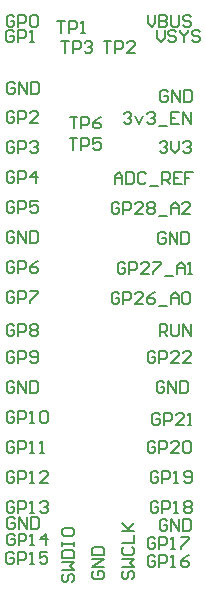
<source format=gbo>
G04*
G04 #@! TF.GenerationSoftware,Altium Limited,Altium Designer,20.2.6 (244)*
G04*
G04 Layer_Color=32896*
%FSLAX44Y44*%
%MOMM*%
G71*
G04*
G04 #@! TF.SameCoordinates,8B2779CE-768C-4C2E-8B4F-FC9E545F8715*
G04*
G04*
G04 #@! TF.FilePolarity,Positive*
G04*
G01*
G75*
%ADD11C,0.2000*%
D11*
X33675Y50975D02*
X32009Y52641D01*
X28676D01*
X27010Y50975D01*
Y44310D01*
X28676Y42644D01*
X32009D01*
X33675Y44310D01*
Y47642D01*
X30343D01*
X37007Y42644D02*
Y52641D01*
X42005D01*
X43671Y50975D01*
Y47642D01*
X42005Y45976D01*
X37007D01*
X47004Y42644D02*
X50336D01*
X48670D01*
Y52641D01*
X47004Y50975D01*
X61999Y52641D02*
X55335D01*
Y47642D01*
X58667Y49309D01*
X60333D01*
X61999Y47642D01*
Y44310D01*
X60333Y42644D01*
X57001D01*
X55335Y44310D01*
X164060Y441615D02*
X162394Y443281D01*
X159062D01*
X157396Y441615D01*
Y434951D01*
X159062Y433284D01*
X162394D01*
X164060Y434951D01*
Y438283D01*
X160728D01*
X167393Y433284D02*
Y443281D01*
X174057Y433284D01*
Y443281D01*
X177390D02*
Y433284D01*
X182388D01*
X184054Y434951D01*
Y441615D01*
X182388Y443281D01*
X177390D01*
X33639Y492875D02*
X31973Y494541D01*
X28641D01*
X26975Y492875D01*
Y486210D01*
X28641Y484544D01*
X31973D01*
X33639Y486210D01*
Y489542D01*
X30307D01*
X36972Y484544D02*
Y494541D01*
X41970D01*
X43636Y492875D01*
Y489542D01*
X41970Y487876D01*
X36972D01*
X46968Y484544D02*
X50301D01*
X48635D01*
Y494541D01*
X46968Y492875D01*
X80719Y421030D02*
X87384D01*
X84052D01*
Y411033D01*
X90716D02*
Y421030D01*
X95715D01*
X97381Y419364D01*
Y416032D01*
X95715Y414365D01*
X90716D01*
X107378Y421030D02*
X104045Y419364D01*
X100713Y416032D01*
Y412699D01*
X102379Y411033D01*
X105711D01*
X107378Y412699D01*
Y414365D01*
X105711Y416032D01*
X100713D01*
X80704Y402602D02*
X87369D01*
X84036D01*
Y392605D01*
X90701D02*
Y402602D01*
X95699D01*
X97366Y400936D01*
Y397603D01*
X95699Y395937D01*
X90701D01*
X107362Y402602D02*
X100698D01*
Y397603D01*
X104030Y399270D01*
X105696D01*
X107362Y397603D01*
Y394271D01*
X105696Y392605D01*
X102364D01*
X100698Y394271D01*
X70443Y501801D02*
X77108D01*
X73776D01*
Y491804D01*
X80440D02*
Y501801D01*
X85438D01*
X87105Y500135D01*
Y496802D01*
X85438Y495136D01*
X80440D01*
X90437Y491804D02*
X93769D01*
X92103D01*
Y501801D01*
X90437Y500135D01*
X109448Y484795D02*
X116113D01*
X112781D01*
Y474798D01*
X119445D02*
Y484795D01*
X124444D01*
X126110Y483129D01*
Y479796D01*
X124444Y478130D01*
X119445D01*
X136106Y474798D02*
X129442D01*
X136106Y481462D01*
Y483129D01*
X134440Y484795D01*
X131108D01*
X129442Y483129D01*
X73375Y485328D02*
X80039D01*
X76707D01*
Y475332D01*
X83372D02*
Y485328D01*
X88370D01*
X90036Y483662D01*
Y480330D01*
X88370Y478664D01*
X83372D01*
X93368Y483662D02*
X95035Y485328D01*
X98367D01*
X100033Y483662D01*
Y481996D01*
X98367Y480330D01*
X96701D01*
X98367D01*
X100033Y478664D01*
Y476998D01*
X98367Y475332D01*
X95035D01*
X93368Y476998D01*
X162057Y321767D02*
X160390Y323433D01*
X157058D01*
X155392Y321767D01*
Y315103D01*
X157058Y313436D01*
X160390D01*
X162057Y315103D01*
Y318435D01*
X158724D01*
X165389Y313436D02*
Y323433D01*
X172053Y313436D01*
Y323433D01*
X175386D02*
Y313436D01*
X180384D01*
X182050Y315103D01*
Y321767D01*
X180384Y323433D01*
X175386D01*
X153444Y48431D02*
X151778Y50097D01*
X148446D01*
X146780Y48431D01*
Y41766D01*
X148446Y40100D01*
X151778D01*
X153444Y41766D01*
Y45098D01*
X150112D01*
X156777Y40100D02*
Y50097D01*
X161775D01*
X163441Y48431D01*
Y45098D01*
X161775Y43432D01*
X156777D01*
X166774Y40100D02*
X170106D01*
X168440D01*
Y50097D01*
X166774Y48431D01*
X181769Y50097D02*
X178436Y48431D01*
X175104Y45098D01*
Y41766D01*
X176770Y40100D01*
X180103D01*
X181769Y41766D01*
Y43432D01*
X180103Y45098D01*
X175104D01*
X153444Y63671D02*
X151778Y65337D01*
X148446D01*
X146780Y63671D01*
Y57006D01*
X148446Y55340D01*
X151778D01*
X153444Y57006D01*
Y60338D01*
X150112D01*
X156777Y55340D02*
Y65337D01*
X161775D01*
X163441Y63671D01*
Y60338D01*
X161775Y58672D01*
X156777D01*
X166774Y55340D02*
X170106D01*
X168440D01*
Y65337D01*
X166774Y63671D01*
X175104Y65337D02*
X181769D01*
Y63671D01*
X175104Y57006D01*
Y55340D01*
X163605Y78911D02*
X161938Y80577D01*
X158606D01*
X156940Y78911D01*
Y72246D01*
X158606Y70580D01*
X161938D01*
X163605Y72246D01*
Y75578D01*
X160272D01*
X166937Y70580D02*
Y80577D01*
X173601Y70580D01*
Y80577D01*
X176934D02*
Y70580D01*
X181932D01*
X183598Y72246D01*
Y78911D01*
X181932Y80577D01*
X176934D01*
X155984Y94151D02*
X154318Y95817D01*
X150986D01*
X149320Y94151D01*
Y87486D01*
X150986Y85820D01*
X154318D01*
X155984Y87486D01*
Y90818D01*
X152652D01*
X159317Y85820D02*
Y95817D01*
X164315D01*
X165981Y94151D01*
Y90818D01*
X164315Y89152D01*
X159317D01*
X169314Y85820D02*
X172646D01*
X170980D01*
Y95817D01*
X169314Y94151D01*
X177644D02*
X179310Y95817D01*
X182643D01*
X184309Y94151D01*
Y92485D01*
X182643Y90818D01*
X184309Y89152D01*
Y87486D01*
X182643Y85820D01*
X179310D01*
X177644Y87486D01*
Y89152D01*
X179310Y90818D01*
X177644Y92485D01*
Y94151D01*
X179310Y90818D02*
X182643D01*
X155984Y119551D02*
X154318Y121217D01*
X150986D01*
X149320Y119551D01*
Y112886D01*
X150986Y111220D01*
X154318D01*
X155984Y112886D01*
Y116218D01*
X152652D01*
X159317Y111220D02*
Y121217D01*
X164315D01*
X165981Y119551D01*
Y116218D01*
X164315Y114552D01*
X159317D01*
X169314Y111220D02*
X172646D01*
X170980D01*
Y121217D01*
X169314Y119551D01*
X177644Y112886D02*
X179310Y111220D01*
X182643D01*
X184309Y112886D01*
Y119551D01*
X182643Y121217D01*
X179310D01*
X177644Y119551D01*
Y117885D01*
X179310Y116218D01*
X184309D01*
X153444Y144951D02*
X151778Y146617D01*
X148446D01*
X146780Y144951D01*
Y138286D01*
X148446Y136620D01*
X151778D01*
X153444Y138286D01*
Y141618D01*
X150112D01*
X156777Y136620D02*
Y146617D01*
X161775D01*
X163441Y144951D01*
Y141618D01*
X161775Y139952D01*
X156777D01*
X173438Y136620D02*
X166774D01*
X173438Y143285D01*
Y144951D01*
X171772Y146617D01*
X168440D01*
X166774Y144951D01*
X176770D02*
X178437Y146617D01*
X181769D01*
X183435Y144951D01*
Y138286D01*
X181769Y136620D01*
X178437D01*
X176770Y138286D01*
Y144951D01*
X157267Y168244D02*
X155601Y169911D01*
X152269D01*
X150603Y168244D01*
Y161580D01*
X152269Y159914D01*
X155601D01*
X157267Y161580D01*
Y164912D01*
X153935D01*
X160599Y159914D02*
Y169911D01*
X165598D01*
X167264Y168244D01*
Y164912D01*
X165598Y163246D01*
X160599D01*
X177261Y159914D02*
X170596D01*
X177261Y166578D01*
Y168244D01*
X175595Y169911D01*
X172262D01*
X170596Y168244D01*
X180593Y159914D02*
X183925D01*
X182259D01*
Y169911D01*
X180593Y168244D01*
X161064Y195751D02*
X159398Y197417D01*
X156066D01*
X154400Y195751D01*
Y189086D01*
X156066Y187420D01*
X159398D01*
X161064Y189086D01*
Y192418D01*
X157732D01*
X164397Y187420D02*
Y197417D01*
X171061Y187420D01*
Y197417D01*
X174394D02*
Y187420D01*
X179392D01*
X181058Y189086D01*
Y195751D01*
X179392Y197417D01*
X174394D01*
X153444Y221151D02*
X151778Y222817D01*
X148446D01*
X146780Y221151D01*
Y214486D01*
X148446Y212820D01*
X151778D01*
X153444Y214486D01*
Y217818D01*
X150112D01*
X156777Y212820D02*
Y222817D01*
X161775D01*
X163441Y221151D01*
Y217818D01*
X161775Y216152D01*
X156777D01*
X173438Y212820D02*
X166774D01*
X173438Y219485D01*
Y221151D01*
X171772Y222817D01*
X168440D01*
X166774Y221151D01*
X183435Y212820D02*
X176770D01*
X183435Y219485D01*
Y221151D01*
X181769Y222817D01*
X178437D01*
X176770Y221151D01*
X156940Y235680D02*
Y245677D01*
X161938D01*
X163605Y244011D01*
Y240678D01*
X161938Y239012D01*
X156940D01*
X160272D02*
X163605Y235680D01*
X166937Y245677D02*
Y237346D01*
X168603Y235680D01*
X171935D01*
X173601Y237346D01*
Y245677D01*
X176934Y235680D02*
Y245677D01*
X183598Y235680D01*
Y245677D01*
X122964Y271077D02*
X121298Y272743D01*
X117966D01*
X116300Y271077D01*
Y264412D01*
X117966Y262746D01*
X121298D01*
X122964Y264412D01*
Y267745D01*
X119632D01*
X126297Y262746D02*
Y272743D01*
X131295D01*
X132961Y271077D01*
Y267745D01*
X131295Y266078D01*
X126297D01*
X142958Y262746D02*
X136294D01*
X142958Y269411D01*
Y271077D01*
X141292Y272743D01*
X137960D01*
X136294Y271077D01*
X152955Y272743D02*
X149623Y271077D01*
X146290Y267745D01*
Y264412D01*
X147956Y262746D01*
X151289D01*
X152955Y264412D01*
Y266078D01*
X151289Y267745D01*
X146290D01*
X156287Y261080D02*
X162952D01*
X166284Y262746D02*
Y269411D01*
X169616Y272743D01*
X172948Y269411D01*
Y262746D01*
Y267745D01*
X166284D01*
X176281Y271077D02*
X177947Y272743D01*
X181279D01*
X182945Y271077D01*
Y264412D01*
X181279Y262746D01*
X177947D01*
X176281Y264412D01*
Y271077D01*
X128045Y296477D02*
X126378Y298143D01*
X123046D01*
X121380Y296477D01*
Y289812D01*
X123046Y288146D01*
X126378D01*
X128045Y289812D01*
Y293144D01*
X124712D01*
X131377Y288146D02*
Y298143D01*
X136375D01*
X138041Y296477D01*
Y293144D01*
X136375Y291478D01*
X131377D01*
X148038Y288146D02*
X141374D01*
X148038Y294811D01*
Y296477D01*
X146372Y298143D01*
X143040D01*
X141374Y296477D01*
X151370Y298143D02*
X158035D01*
Y296477D01*
X151370Y289812D01*
Y288146D01*
X161367Y286480D02*
X168032D01*
X171364Y288146D02*
Y294811D01*
X174696Y298143D01*
X178028Y294811D01*
Y288146D01*
Y293144D01*
X171364D01*
X181361Y288146D02*
X184693D01*
X183027D01*
Y298143D01*
X181361Y296477D01*
X122964Y347277D02*
X121298Y348943D01*
X117966D01*
X116300Y347277D01*
Y340612D01*
X117966Y338946D01*
X121298D01*
X122964Y340612D01*
Y343945D01*
X119632D01*
X126297Y338946D02*
Y348943D01*
X131295D01*
X132961Y347277D01*
Y343945D01*
X131295Y342278D01*
X126297D01*
X142958Y338946D02*
X136294D01*
X142958Y345611D01*
Y347277D01*
X141292Y348943D01*
X137960D01*
X136294Y347277D01*
X146290D02*
X147956Y348943D01*
X151289D01*
X152955Y347277D01*
Y345611D01*
X151289Y343945D01*
X152955Y342278D01*
Y340612D01*
X151289Y338946D01*
X147956D01*
X146290Y340612D01*
Y342278D01*
X147956Y343945D01*
X146290Y345611D01*
Y347277D01*
X147956Y343945D02*
X151289D01*
X156287Y337280D02*
X162952D01*
X166284Y338946D02*
Y345611D01*
X169616Y348943D01*
X172948Y345611D01*
Y338946D01*
Y343945D01*
X166284D01*
X182945Y338946D02*
X176281D01*
X182945Y345611D01*
Y347277D01*
X181279Y348943D01*
X177947D01*
X176281Y347277D01*
X118840Y364346D02*
Y371011D01*
X122172Y374343D01*
X125505Y371011D01*
Y364346D01*
Y369344D01*
X118840D01*
X128837Y374343D02*
Y364346D01*
X133835D01*
X135501Y366012D01*
Y372677D01*
X133835Y374343D01*
X128837D01*
X145498Y372677D02*
X143832Y374343D01*
X140500D01*
X138834Y372677D01*
Y366012D01*
X140500Y364346D01*
X143832D01*
X145498Y366012D01*
X148830Y362680D02*
X155495D01*
X158827Y364346D02*
Y374343D01*
X163825D01*
X165492Y372677D01*
Y369344D01*
X163825Y367678D01*
X158827D01*
X162159D02*
X165492Y364346D01*
X175488Y374343D02*
X168824D01*
Y364346D01*
X175488D01*
X168824Y369344D02*
X172156D01*
X185485Y374343D02*
X178821D01*
Y369344D01*
X182153D01*
X178821D01*
Y364346D01*
X156940Y398951D02*
X158606Y400617D01*
X161938D01*
X163605Y398951D01*
Y397285D01*
X161938Y395618D01*
X160272D01*
X161938D01*
X163605Y393952D01*
Y392286D01*
X161938Y390620D01*
X158606D01*
X156940Y392286D01*
X166937Y400617D02*
Y393952D01*
X170269Y390620D01*
X173601Y393952D01*
Y400617D01*
X176934Y398951D02*
X178600Y400617D01*
X181932D01*
X183598Y398951D01*
Y397285D01*
X181932Y395618D01*
X180266D01*
X181932D01*
X183598Y393952D01*
Y392286D01*
X181932Y390620D01*
X178600D01*
X176934Y392286D01*
X126460Y423477D02*
X128126Y425143D01*
X131458D01*
X133125Y423477D01*
Y421811D01*
X131458Y420145D01*
X129792D01*
X131458D01*
X133125Y418478D01*
Y416812D01*
X131458Y415146D01*
X128126D01*
X126460Y416812D01*
X136457Y421811D02*
X139789Y415146D01*
X143121Y421811D01*
X146454Y423477D02*
X148120Y425143D01*
X151452D01*
X153118Y423477D01*
Y421811D01*
X151452Y420145D01*
X149786D01*
X151452D01*
X153118Y418478D01*
Y416812D01*
X151452Y415146D01*
X148120D01*
X146454Y416812D01*
X156450Y413480D02*
X163115D01*
X173112Y425143D02*
X166447D01*
Y415146D01*
X173112D01*
X166447Y420145D02*
X169779D01*
X176444Y415146D02*
Y425143D01*
X183108Y415146D01*
Y425143D01*
X154457Y494163D02*
Y487499D01*
X157789Y484166D01*
X161121Y487499D01*
Y494163D01*
X171118Y492497D02*
X169452Y494163D01*
X166119D01*
X164453Y492497D01*
Y490831D01*
X166119Y489165D01*
X169452D01*
X171118Y487499D01*
Y485832D01*
X169452Y484166D01*
X166119D01*
X164453Y485832D01*
X174450Y494163D02*
Y492497D01*
X177782Y489165D01*
X181115Y492497D01*
Y494163D01*
X177782Y489165D02*
Y484166D01*
X191111Y492497D02*
X189445Y494163D01*
X186113D01*
X184447Y492497D01*
Y490831D01*
X186113Y489165D01*
X189445D01*
X191111Y487499D01*
Y485832D01*
X189445Y484166D01*
X186113D01*
X184447Y485832D01*
X146780Y507297D02*
Y500632D01*
X150112Y497300D01*
X153444Y500632D01*
Y507297D01*
X156777D02*
Y497300D01*
X161775D01*
X163441Y498966D01*
Y500632D01*
X161775Y502298D01*
X156777D01*
X161775D01*
X163441Y503965D01*
Y505631D01*
X161775Y507297D01*
X156777D01*
X166774D02*
Y498966D01*
X168440Y497300D01*
X171772D01*
X173438Y498966D01*
Y507297D01*
X183435Y505631D02*
X181769Y507297D01*
X178437D01*
X176770Y505631D01*
Y503965D01*
X178437Y502298D01*
X181769D01*
X183435Y500632D01*
Y498966D01*
X181769Y497300D01*
X178437D01*
X176770Y498966D01*
X126829Y36604D02*
X125163Y34938D01*
Y31606D01*
X126829Y29940D01*
X128496D01*
X130162Y31606D01*
Y34938D01*
X131828Y36604D01*
X133494D01*
X135160Y34938D01*
Y31606D01*
X133494Y29940D01*
X125163Y39937D02*
X135160D01*
X131828Y43269D01*
X135160Y46601D01*
X125163D01*
X126829Y56598D02*
X125163Y54932D01*
Y51600D01*
X126829Y49934D01*
X133494D01*
X135160Y51600D01*
Y54932D01*
X133494Y56598D01*
X125163Y59930D02*
X135160D01*
Y66595D01*
X125163Y69927D02*
X135160D01*
X131828D01*
X125163Y76592D01*
X130162Y71593D01*
X135160Y76592D01*
X101429Y36604D02*
X99763Y34938D01*
Y31606D01*
X101429Y29940D01*
X108094D01*
X109760Y31606D01*
Y34938D01*
X108094Y36604D01*
X104762D01*
Y33272D01*
X109760Y39937D02*
X99763D01*
X109760Y46601D01*
X99763D01*
Y49934D02*
X109760D01*
Y54932D01*
X108094Y56598D01*
X101429D01*
X99763Y54932D01*
Y49934D01*
X76029Y34065D02*
X74363Y32398D01*
Y29066D01*
X76029Y27400D01*
X77695D01*
X79362Y29066D01*
Y32398D01*
X81028Y34065D01*
X82694D01*
X84360Y32398D01*
Y29066D01*
X82694Y27400D01*
X74363Y37397D02*
X84360D01*
X81028Y40729D01*
X84360Y44061D01*
X74363D01*
Y47394D02*
X84360D01*
Y52392D01*
X82694Y54058D01*
X76029D01*
X74363Y52392D01*
Y47394D01*
Y57390D02*
Y60723D01*
Y59057D01*
X84360D01*
Y57390D01*
Y60723D01*
X74363Y70719D02*
Y67387D01*
X76029Y65721D01*
X82694D01*
X84360Y67387D01*
Y70719D01*
X82694Y72386D01*
X76029D01*
X74363Y70719D01*
X34157Y66396D02*
X32490Y68062D01*
X29158D01*
X27492Y66396D01*
Y59731D01*
X29158Y58065D01*
X32490D01*
X34157Y59731D01*
Y63064D01*
X30824D01*
X37489Y58065D02*
Y68062D01*
X42487D01*
X44153Y66396D01*
Y63064D01*
X42487Y61398D01*
X37489D01*
X47486Y58065D02*
X50818D01*
X49152D01*
Y68062D01*
X47486Y66396D01*
X60815Y58065D02*
Y68062D01*
X55816Y63064D01*
X62481D01*
X34446Y80275D02*
X32780Y81941D01*
X29447D01*
X27781Y80275D01*
Y73611D01*
X29447Y71944D01*
X32780D01*
X34446Y73611D01*
Y76943D01*
X31114D01*
X37778Y71944D02*
Y81941D01*
X44443Y71944D01*
Y81941D01*
X47775D02*
Y71944D01*
X52773D01*
X54439Y73611D01*
Y80275D01*
X52773Y81941D01*
X47775D01*
X34065Y94151D02*
X32398Y95817D01*
X29066D01*
X27400Y94151D01*
Y87486D01*
X29066Y85820D01*
X32398D01*
X34065Y87486D01*
Y90818D01*
X30732D01*
X37397Y85820D02*
Y95817D01*
X42395D01*
X44061Y94151D01*
Y90818D01*
X42395Y89152D01*
X37397D01*
X47394Y85820D02*
X50726D01*
X49060D01*
Y95817D01*
X47394Y94151D01*
X55724D02*
X57390Y95817D01*
X60723D01*
X62389Y94151D01*
Y92485D01*
X60723Y90818D01*
X59056D01*
X60723D01*
X62389Y89152D01*
Y87486D01*
X60723Y85820D01*
X57390D01*
X55724Y87486D01*
X34065Y119551D02*
X32398Y121217D01*
X29066D01*
X27400Y119551D01*
Y112886D01*
X29066Y111220D01*
X32398D01*
X34065Y112886D01*
Y116218D01*
X30732D01*
X37397Y111220D02*
Y121217D01*
X42395D01*
X44061Y119551D01*
Y116218D01*
X42395Y114552D01*
X37397D01*
X47394Y111220D02*
X50726D01*
X49060D01*
Y121217D01*
X47394Y119551D01*
X62389Y111220D02*
X55724D01*
X62389Y117885D01*
Y119551D01*
X60723Y121217D01*
X57390D01*
X55724Y119551D01*
X34065Y144951D02*
X32398Y146617D01*
X29066D01*
X27400Y144951D01*
Y138286D01*
X29066Y136620D01*
X32398D01*
X34065Y138286D01*
Y141618D01*
X30732D01*
X37397Y136620D02*
Y146617D01*
X42395D01*
X44061Y144951D01*
Y141618D01*
X42395Y139952D01*
X37397D01*
X47394Y136620D02*
X50726D01*
X49060D01*
Y146617D01*
X47394Y144951D01*
X55724Y136620D02*
X59056D01*
X57390D01*
Y146617D01*
X55724Y144951D01*
X34065Y170351D02*
X32398Y172017D01*
X29066D01*
X27400Y170351D01*
Y163686D01*
X29066Y162020D01*
X32398D01*
X34065Y163686D01*
Y167018D01*
X30732D01*
X37397Y162020D02*
Y172017D01*
X42395D01*
X44061Y170351D01*
Y167018D01*
X42395Y165352D01*
X37397D01*
X47394Y162020D02*
X50726D01*
X49060D01*
Y172017D01*
X47394Y170351D01*
X55724D02*
X57390Y172017D01*
X60723D01*
X62389Y170351D01*
Y163686D01*
X60723Y162020D01*
X57390D01*
X55724Y163686D01*
Y170351D01*
X34065Y195751D02*
X32398Y197417D01*
X29066D01*
X27400Y195751D01*
Y189086D01*
X29066Y187420D01*
X32398D01*
X34065Y189086D01*
Y192418D01*
X30732D01*
X37397Y187420D02*
Y197417D01*
X44061Y187420D01*
Y197417D01*
X47394D02*
Y187420D01*
X52392D01*
X54058Y189086D01*
Y195751D01*
X52392Y197417D01*
X47394D01*
X34065Y221151D02*
X32398Y222817D01*
X29066D01*
X27400Y221151D01*
Y214486D01*
X29066Y212820D01*
X32398D01*
X34065Y214486D01*
Y217818D01*
X30732D01*
X37397Y212820D02*
Y222817D01*
X42395D01*
X44061Y221151D01*
Y217818D01*
X42395Y216152D01*
X37397D01*
X47394Y214486D02*
X49060Y212820D01*
X52392D01*
X54058Y214486D01*
Y221151D01*
X52392Y222817D01*
X49060D01*
X47394Y221151D01*
Y219485D01*
X49060Y217818D01*
X54058D01*
X34065Y244011D02*
X32398Y245677D01*
X29066D01*
X27400Y244011D01*
Y237346D01*
X29066Y235680D01*
X32398D01*
X34065Y237346D01*
Y240678D01*
X30732D01*
X37397Y235680D02*
Y245677D01*
X42395D01*
X44061Y244011D01*
Y240678D01*
X42395Y239012D01*
X37397D01*
X47394Y244011D02*
X49060Y245677D01*
X52392D01*
X54058Y244011D01*
Y242344D01*
X52392Y240678D01*
X54058Y239012D01*
Y237346D01*
X52392Y235680D01*
X49060D01*
X47394Y237346D01*
Y239012D01*
X49060Y240678D01*
X47394Y242344D01*
Y244011D01*
X49060Y240678D02*
X52392D01*
X34065Y271951D02*
X32398Y273617D01*
X29066D01*
X27400Y271951D01*
Y265286D01*
X29066Y263620D01*
X32398D01*
X34065Y265286D01*
Y268618D01*
X30732D01*
X37397Y263620D02*
Y273617D01*
X42395D01*
X44061Y271951D01*
Y268618D01*
X42395Y266952D01*
X37397D01*
X47394Y273617D02*
X54058D01*
Y271951D01*
X47394Y265286D01*
Y263620D01*
X34065Y297351D02*
X32398Y299017D01*
X29066D01*
X27400Y297351D01*
Y290686D01*
X29066Y289020D01*
X32398D01*
X34065Y290686D01*
Y294018D01*
X30732D01*
X37397Y289020D02*
Y299017D01*
X42395D01*
X44061Y297351D01*
Y294018D01*
X42395Y292352D01*
X37397D01*
X54058Y299017D02*
X50726Y297351D01*
X47394Y294018D01*
Y290686D01*
X49060Y289020D01*
X52392D01*
X54058Y290686D01*
Y292352D01*
X52392Y294018D01*
X47394D01*
X34065Y322751D02*
X32398Y324417D01*
X29066D01*
X27400Y322751D01*
Y316086D01*
X29066Y314420D01*
X32398D01*
X34065Y316086D01*
Y319418D01*
X30732D01*
X37397Y314420D02*
Y324417D01*
X44061Y314420D01*
Y324417D01*
X47394D02*
Y314420D01*
X52392D01*
X54058Y316086D01*
Y322751D01*
X52392Y324417D01*
X47394D01*
X34065Y348151D02*
X32398Y349817D01*
X29066D01*
X27400Y348151D01*
Y341486D01*
X29066Y339820D01*
X32398D01*
X34065Y341486D01*
Y344818D01*
X30732D01*
X37397Y339820D02*
Y349817D01*
X42395D01*
X44061Y348151D01*
Y344818D01*
X42395Y343152D01*
X37397D01*
X54058Y349817D02*
X47394D01*
Y344818D01*
X50726Y346484D01*
X52392D01*
X54058Y344818D01*
Y341486D01*
X52392Y339820D01*
X49060D01*
X47394Y341486D01*
X34065Y373551D02*
X32398Y375217D01*
X29066D01*
X27400Y373551D01*
Y366886D01*
X29066Y365220D01*
X32398D01*
X34065Y366886D01*
Y370218D01*
X30732D01*
X37397Y365220D02*
Y375217D01*
X42395D01*
X44061Y373551D01*
Y370218D01*
X42395Y368552D01*
X37397D01*
X52392Y365220D02*
Y375217D01*
X47394Y370218D01*
X54058D01*
X34065Y398951D02*
X32398Y400617D01*
X29066D01*
X27400Y398951D01*
Y392286D01*
X29066Y390620D01*
X32398D01*
X34065Y392286D01*
Y395618D01*
X30732D01*
X37397Y390620D02*
Y400617D01*
X42395D01*
X44061Y398951D01*
Y395618D01*
X42395Y393952D01*
X37397D01*
X47394Y398951D02*
X49060Y400617D01*
X52392D01*
X54058Y398951D01*
Y397285D01*
X52392Y395618D01*
X50726D01*
X52392D01*
X54058Y393952D01*
Y392286D01*
X52392Y390620D01*
X49060D01*
X47394Y392286D01*
X34065Y424351D02*
X32398Y426017D01*
X29066D01*
X27400Y424351D01*
Y417686D01*
X29066Y416020D01*
X32398D01*
X34065Y417686D01*
Y421018D01*
X30732D01*
X37397Y416020D02*
Y426017D01*
X42395D01*
X44061Y424351D01*
Y421018D01*
X42395Y419352D01*
X37397D01*
X54058Y416020D02*
X47394D01*
X54058Y422685D01*
Y424351D01*
X52392Y426017D01*
X49060D01*
X47394Y424351D01*
X34565Y448365D02*
X32899Y450032D01*
X29567D01*
X27901Y448365D01*
Y441701D01*
X29567Y440035D01*
X32899D01*
X34565Y441701D01*
Y445033D01*
X31233D01*
X37898Y440035D02*
Y450032D01*
X44562Y440035D01*
Y450032D01*
X47894D02*
Y440035D01*
X52893D01*
X54559Y441701D01*
Y448365D01*
X52893Y450032D01*
X47894D01*
X34065Y505631D02*
X32398Y507297D01*
X29066D01*
X27400Y505631D01*
Y498966D01*
X29066Y497300D01*
X32398D01*
X34065Y498966D01*
Y502298D01*
X30732D01*
X37397Y497300D02*
Y507297D01*
X42395D01*
X44061Y505631D01*
Y502298D01*
X42395Y500632D01*
X37397D01*
X47394Y505631D02*
X49060Y507297D01*
X52392D01*
X54058Y505631D01*
Y498966D01*
X52392Y497300D01*
X49060D01*
X47394Y498966D01*
Y505631D01*
M02*

</source>
